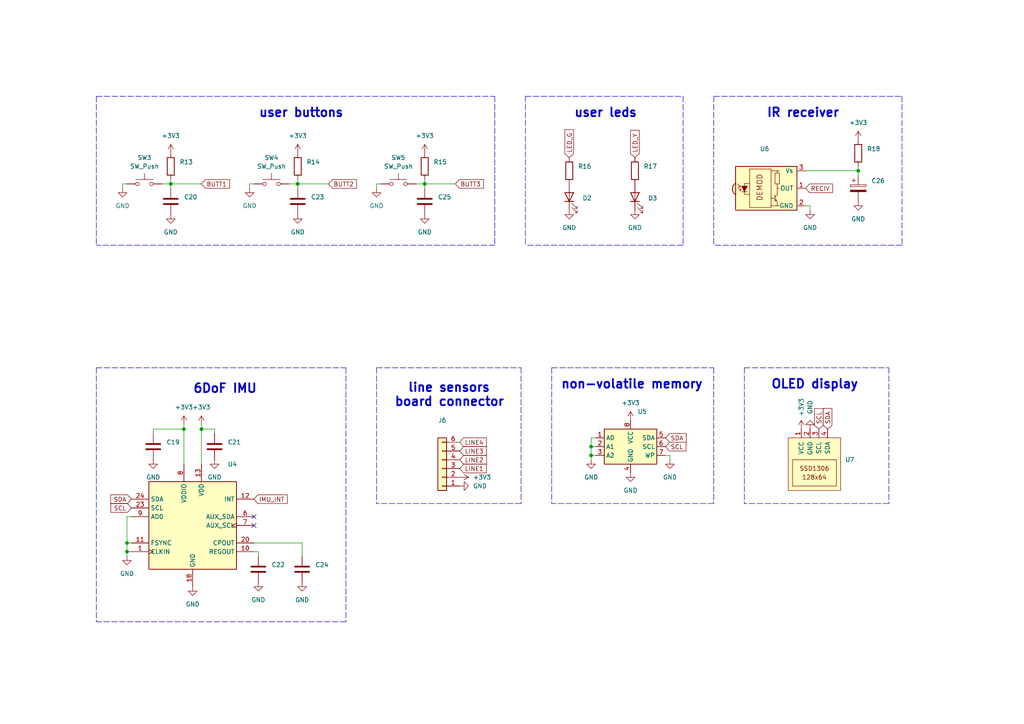
<source format=kicad_sch>
(kicad_sch (version 20211123) (generator eeschema)
  (paper "A4")
  (lib_symbols
    (symbol "Connector_Generic:Conn_01x06" (pin_names (offset 1.016) hide)
      (property "Reference" "J" (at 0 7.62 0))
      (property "Value" "Conn_01x06" (at 0 -10.16 0))
      (symbol "Conn_01x06_1_1"
        (rectangle (start -1.27 -7.493) (end 0 -7.747) (stroke (width 0.1524)))
        (rectangle (start -1.27 -4.953) (end 0 -5.207) (stroke (width 0.1524)))
        (rectangle (start -1.27 -2.413) (end 0 -2.667) (stroke (width 0.1524)))
        (rectangle (start -1.27 0.127) (end 0 -0.127) (stroke (width 0.1524)))
        (rectangle (start -1.27 2.667) (end 0 2.413) (stroke (width 0.1524)))
        (rectangle (start -1.27 5.207) (end 0 4.953) (stroke (width 0.1524)))
        (rectangle (start -1.27 6.35) (end 1.27 -8.89) (stroke (width 0.254)) (fill (type background)))
        (pin passive line (at -5.08 5.08 0) (length 3.81) (name "Pin_1") (number "1"))
        (pin passive line (at -5.08 2.54 0) (length 3.81) (name "Pin_2") (number "2"))
        (pin passive line (at -5.08 0 0) (length 3.81) (name "Pin_3") (number "3"))
        (pin passive line (at -5.08 -2.54 0) (length 3.81) (name "Pin_4") (number "4"))
        (pin passive line (at -5.08 -5.08 0) (length 3.81) (name "Pin_5") (number "5"))
        (pin passive line (at -5.08 -7.62 0) (length 3.81) (name "Pin_6") (number "6"))
      )
    )
    (symbol "Device:C" (pin_numbers hide) (pin_names (offset 0.254))
      (property "Reference" "C" (at 0.635 2.54 0))
      (property "Value" "C" (at 0.635 -2.54 0))
      (symbol "C_0_1"
        (polyline (pts (xy -2.032 -0.762) (xy 2.032 -0.762)) (stroke (width 0.508)))
        (polyline (pts (xy -2.032 0.762) (xy 2.032 0.762)) (stroke (width 0.508)))
      )
      (symbol "C_1_1"
        (pin passive line (at 0 3.81 270) (length 2.794) (name "~") (number "1"))
        (pin passive line (at 0 -3.81 90) (length 2.794) (name "~") (number "2"))
      )
    )
    (symbol "Device:C_Polarized" (pin_numbers hide) (pin_names (offset 0.254))
      (property "Reference" "C" (at 0.635 2.54 0))
      (property "Value" "C_Polarized" (at 0.635 -2.54 0))
      (symbol "C_Polarized_0_1"
        (rectangle (start -2.286 0.508) (end 2.286 1.016))
        (polyline (pts (xy -1.778 2.286) (xy -0.762 2.286)))
        (polyline (pts (xy -1.27 2.794) (xy -1.27 1.778)))
        (rectangle (start 2.286 -0.508) (end -2.286 -1.016) (fill (type outline)))
      )
      (symbol "C_Polarized_1_1"
        (pin passive line (at 0 3.81 270) (length 2.794) (name "~") (number "1"))
        (pin passive line (at 0 -3.81 90) (length 2.794) (name "~") (number "2"))
      )
    )
    (symbol "Device:LED" (pin_numbers hide) (pin_names (offset 1.016) hide)
      (property "Reference" "D" (at 0 2.54 0))
      (property "Value" "LED" (at 0 -2.54 0))
      (symbol "LED_0_1"
        (polyline (pts (xy -1.27 -1.27) (xy -1.27 1.27)) (stroke (width 0.254)))
        (polyline (pts (xy -1.27 0) (xy 1.27 0)))
        (polyline (pts (xy 1.27 -1.27) (xy 1.27 1.27) (xy -1.27 0) (xy 1.27 -1.27)) (stroke (width 0.254)))
        (polyline (pts (xy -3.048 -0.762) (xy -4.572 -2.286) (xy -3.81 -2.286) (xy -4.572 -2.286) (xy -4.572 -1.524)))
        (polyline (pts (xy -1.778 -0.762) (xy -3.302 -2.286) (xy -2.54 -2.286) (xy -3.302 -2.286) (xy -3.302 -1.524)))
      )
      (symbol "LED_1_1"
        (pin passive line (at -3.81 0 0) (length 2.54) (name "K") (number "1"))
        (pin passive line (at 3.81 0 180) (length 2.54) (name "A") (number "2"))
      )
    )
    (symbol "Device:R" (pin_numbers hide) (pin_names (offset 0))
      (property "Reference" "R" (at 2.032 0 90))
      (property "Value" "R" (at 0 0 90))
      (symbol "R_0_1"
        (rectangle (start -1.016 -2.54) (end 1.016 2.54) (stroke (width 0.254)))
      )
      (symbol "R_1_1"
        (pin passive line (at 0 3.81 270) (length 1.27) (name "~") (number "1"))
        (pin passive line (at 0 -3.81 90) (length 1.27) (name "~") (number "2"))
      )
    )
    (symbol "Memory_EEPROM:CAT24C256"
      (property "Reference" "U" (at -6.35 6.35 0))
      (property "Value" "CAT24C256" (at 1.27 6.35 0))
      (symbol "CAT24C256_1_1"
        (rectangle (start -7.62 5.08) (end 7.62 -5.08) (stroke (width 0.254)) (fill (type background)))
        (pin input line (at -10.16 2.54 0) (length 2.54) (name "A0") (number "1"))
        (pin input line (at -10.16 0 0) (length 2.54) (name "A1") (number "2"))
        (pin input line (at -10.16 -2.54 0) (length 2.54) (name "A2") (number "3"))
        (pin power_in line (at 0 -7.62 90) (length 2.54) (name "GND") (number "4"))
        (pin bidirectional line (at 10.16 2.54 180) (length 2.54) (name "SDA") (number "5"))
        (pin input line (at 10.16 0 180) (length 2.54) (name "SCL") (number "6"))
        (pin input line (at 10.16 -2.54 180) (length 2.54) (name "WP") (number "7"))
        (pin power_in line (at 0 7.62 270) (length 2.54) (name "VCC") (number "8"))
      )
    )
    (symbol "Sensor_Motion:MPU-6050"
      (property "Reference" "U" (at -11.43 13.97 0))
      (property "Value" "MPU-6050" (at 7.62 -13.97 0))
      (symbol "MPU-6050_0_1"
        (rectangle (start -12.7 12.7) (end 12.7 -12.7) (stroke (width 0.254)) (fill (type background)))
      )
      (symbol "MPU-6050_1_1"
        (pin input clock (at -17.78 -7.62 0) (length 5.08) (name "CLKIN") (number "1"))
        (pin passive line (at 17.78 -7.62 180) (length 5.08) (name "REGOUT") (number "10"))
        (pin input line (at -17.78 -5.08 0) (length 5.08) (name "FSYNC") (number "11"))
        (pin output line (at 17.78 7.62 180) (length 5.08) (name "INT") (number "12"))
        (pin power_in line (at 2.54 17.78 270) (length 5.08) (name "VDD") (number "13"))
        (pin power_in line (at 0 -17.78 90) (length 5.08) (name "GND") (number "18"))
        (pin passive line (at 17.78 -5.08 180) (length 5.08) (name "CPOUT") (number "20"))
        (pin input line (at -17.78 5.08 0) (length 5.08) (name "SCL") (number "23"))
        (pin bidirectional line (at -17.78 7.62 0) (length 5.08) (name "SDA") (number "24"))
        (pin bidirectional line (at 17.78 2.54 180) (length 5.08) (name "AUX_SDA") (number "6"))
        (pin output clock (at 17.78 0 180) (length 5.08) (name "AUX_SCL") (number "7"))
        (pin power_in line (at -2.54 17.78 270) (length 5.08) (name "VDDIO") (number "8"))
        (pin input line (at -17.78 2.54 0) (length 5.08) (name "AD0") (number "9"))
      )
    )
    (symbol "Sneak100:SSD1306" (pin_names (offset 1.016))
      (property "Reference" "U" (at 12.7 10.16 0))
      (property "Value" "SSD1306" (at 12.7 7.62 0))
      (symbol "SSD1306_0_0"
        (rectangle (start -6.35 0) (end 6.35 -7.62) (fill (type background)))
        (text "128x64" (at 0 -5.08 0) (effects (font (size 1.27 1.27))))
        (text "SSD1306" (at 0 -2.54 0) (effects (font (size 1.27 1.27))))
      )
      (symbol "SSD1306_0_1"
        (rectangle (start -7.62 6.35) (end 7.62 -8.89) (fill (type background)))
      )
      (symbol "SSD1306_1_1"
        (pin power_in line (at -3.81 8.89 270) (length 2.54) (name "VCC") (number "1"))
        (pin power_out line (at -1.27 8.89 270) (length 2.54) (name "GND") (number "2"))
        (pin bidirectional line (at 1.27 8.89 270) (length 2.54) (name "SCL") (number "3"))
        (pin bidirectional line (at 3.81 8.89 270) (length 2.54) (name "SDA") (number "4"))
      )
    )
    (symbol "Sneak100:TSOP4838" (pin_names (offset 1.016))
      (property "Reference" "U" (at 0 11.43 0))
      (property "Value" "TSOP4838" (at 0 8.89 0))
      (symbol "TSOP4838_1_1"
        (arc (start -9.017 1.397) (mid -9.8199 -0.1852) (end -9.017 -1.778) (stroke (width 0.254)) (fill (type background)))
        (rectangle (start -4.826 5.588) (end 1.397 -5.588))
        (polyline (pts (xy -7.493 0.381) (xy -8.382 1.27)))
        (polyline (pts (xy -7.493 0.381) (xy -8.001 0.381)))
        (polyline (pts (xy -7.493 0.381) (xy -7.493 0.889)))
        (polyline (pts (xy -7.366 -0.635) (xy -8.255 0.254)))
        (polyline (pts (xy -7.366 -0.635) (xy -7.874 -0.635)))
        (polyline (pts (xy -7.366 -0.635) (xy -7.366 -0.127)))
        (polyline (pts (xy -7.112 -1.016) (xy -5.461 -1.016)))
        (polyline (pts (xy 2.54 -2.921) (xy 1.397 -2.921)))
        (polyline (pts (xy 2.54 -1.905) (xy 2.54 -3.81)))
        (polyline (pts (xy 2.667 -3.556) (xy 2.794 -3.556)))
        (polyline (pts (xy 2.921 -3.556) (xy 2.794 -3.556)))
        (polyline (pts (xy 2.921 -3.556) (xy 2.921 -3.302)))
        (polyline (pts (xy 3.175 -5.08) (xy 1.397 -5.08)))
        (polyline (pts (xy 3.175 0) (xy 3.175 1.27)))
        (polyline (pts (xy 3.175 5.08) (xy 1.397 5.08)))
        (polyline (pts (xy 3.175 4.445) (xy 3.175 5.08) (xy 3.81 5.08)))
        (polyline (pts (xy -7.112 0.635) (xy -5.461 0.635) (xy -6.35 -1.016) (xy -7.112 0.635)) (fill (type outline)))
        (polyline (pts (xy -4.826 1.397) (xy -6.35 1.397) (xy -6.35 -1.778) (xy -4.826 -1.778)))
        (polyline (pts (xy 2.54 -3.175) (xy 3.175 -3.81) (xy 3.175 -5.08) (xy 3.81 -5.08)))
        (polyline (pts (xy 2.54 -2.54) (xy 3.175 -1.905) (xy 3.175 0) (xy 3.81 0)))
        (rectangle (start 3.81 1.27) (end 2.54 4.445))
        (rectangle (start 8.89 6.35) (end -8.89 -6.35) (stroke (width 0.254)) (fill (type background)))
        (text "DEMOD" (at -1.905 0.254 900) (effects (font (size 1.524 1.524))))
        (pin output line (at 11.43 0 180) (length 2.54) (name "OUT") (number "1"))
        (pin power_in line (at 11.43 -5.08 180) (length 2.54) (name "GND") (number "2"))
        (pin power_in line (at 11.43 5.08 180) (length 2.54) (name "Vs") (number "3"))
      )
    )
    (symbol "Switch:SW_Push" (pin_numbers hide) (pin_names (offset 1.016) hide)
      (property "Reference" "SW" (at 1.27 2.54 0))
      (property "Value" "SW_Push" (at 0 -1.524 0))
      (symbol "SW_Push_0_1"
        (circle (center -2.032 0) (radius 0.508))
        (polyline (pts (xy 0 1.27) (xy 0 3.048)))
        (polyline (pts (xy 2.54 1.27) (xy -2.54 1.27)))
        (circle (center 2.032 0) (radius 0.508))
        (pin passive line (at -5.08 0 0) (length 2.54) (name "1") (number "1"))
        (pin passive line (at 5.08 0 180) (length 2.54) (name "2") (number "2"))
      )
    )
    (symbol "power:+3.3V" (power) (pin_names (offset 0))
      (property "Value" "+3.3V" (at 0 3.556 0))
      (symbol "+3.3V_0_1"
        (polyline (pts (xy -0.762 1.27) (xy 0 2.54)))
        (polyline (pts (xy 0 0) (xy 0 2.54)))
        (polyline (pts (xy 0 2.54) (xy 0.762 1.27)))
      )
      (symbol "+3.3V_1_1"
        (pin power_in line (at 0 0 90) (length 0) hide (name "+3V3") (number "1"))
      )
    )
    (symbol "power:GND" (power) (pin_names (offset 0))
      (property "Value" "GND" (at 0 -3.81 0))
      (symbol "GND_0_1"
        (polyline (pts (xy 0 0) (xy 0 -1.27) (xy 1.27 -1.27) (xy 0 -2.54) (xy -1.27 -1.27) (xy 0 -1.27)))
      )
      (symbol "GND_1_1"
        (pin power_in line (at 0 0 270) (length 0) hide (name "GND") (number "1"))
      )
    )
  )
  (junction (at 86.36 53.34))
  (junction (at 248.92 49.53))
  (junction (at 49.53 53.34))
  (junction (at 171.45 132.08))
  (junction (at 171.45 129.54))
  (junction (at 123.19 53.34))
  (junction (at 58.42 124.46))
  (junction (at 36.83 157.48))
  (junction (at 53.34 124.46))
  (junction (at 36.83 160.02))
  (no_connect (at 73.66 152.4))
  (no_connect (at 73.66 149.86))
  (wire (pts (xy 36.83 149.86) (xy 38.1 149.86)))
  (polyline (pts (xy 100.33 180.34) (xy 27.94 180.34)))
  (wire (pts (xy 73.66 157.48) (xy 87.63 157.48)))
  (polyline (pts (xy 27.94 106.68) (xy 27.94 180.34)))
  (polyline (pts (xy 261.62 27.94) (xy 261.62 71.12)))
  (wire (pts (xy 72.39 54.61) (xy 72.39 53.34)))
  (polyline (pts (xy 151.13 106.68) (xy 151.13 146.05)))
  (polyline (pts (xy 198.12 27.94) (xy 198.12 71.12)))
  (wire (pts (xy 49.53 52.07) (xy 49.53 53.34)))
  (wire (pts (xy 58.42 124.46) (xy 62.23 124.46)))
  (wire (pts (xy 44.45 124.46) (xy 44.45 125.73)))
  (wire (pts (xy 86.36 52.07) (xy 86.36 53.34)))
  (polyline (pts (xy 152.4 27.94) (xy 152.4 71.12)))
  (wire (pts (xy 74.93 160.02) (xy 74.93 161.29)))
  (wire (pts (xy 83.82 53.34) (xy 86.36 53.34)))
  (wire (pts (xy 49.53 53.34) (xy 58.42 53.34)))
  (wire (pts (xy 172.72 127) (xy 171.45 127)))
  (wire (pts (xy 171.45 132.08) (xy 171.45 133.35)))
  (polyline (pts (xy 143.51 27.94) (xy 143.51 71.12)))
  (polyline (pts (xy 207.01 27.94) (xy 261.62 27.94)))
  (wire (pts (xy 62.23 124.46) (xy 62.23 125.73)))
  (wire (pts (xy 109.22 53.34) (xy 110.49 53.34)))
  (wire (pts (xy 123.19 53.34) (xy 132.08 53.34)))
  (polyline (pts (xy 198.12 71.12) (xy 152.4 71.12)))
  (wire (pts (xy 87.63 157.48) (xy 87.63 161.29)))
  (wire (pts (xy 53.34 123.19) (xy 53.34 124.46)))
  (wire (pts (xy 53.34 124.46) (xy 44.45 124.46)))
  (polyline (pts (xy 100.33 106.68) (xy 100.33 180.34)))
  (polyline (pts (xy 215.9 106.68) (xy 215.9 146.05)))
  (polyline (pts (xy 215.9 106.68) (xy 257.81 106.68)))
  (wire (pts (xy 248.92 49.53) (xy 248.92 50.8)))
  (wire (pts (xy 193.04 132.08) (xy 194.31 132.08)))
  (wire (pts (xy 86.36 53.34) (xy 86.36 54.61)))
  (polyline (pts (xy 143.51 71.12) (xy 27.94 71.12)))
  (polyline (pts (xy 27.94 27.94) (xy 27.94 71.12)))
  (wire (pts (xy 46.99 53.34) (xy 49.53 53.34)))
  (polyline (pts (xy 109.22 106.68) (xy 109.22 146.05)))
  (polyline (pts (xy 207.01 27.94) (xy 207.01 71.12)))
  (wire (pts (xy 171.45 129.54) (xy 172.72 129.54)))
  (wire (pts (xy 248.92 48.26) (xy 248.92 49.53)))
  (wire (pts (xy 171.45 132.08) (xy 172.72 132.08)))
  (polyline (pts (xy 257.81 146.05) (xy 215.9 146.05)))
  (wire (pts (xy 36.83 157.48) (xy 36.83 160.02)))
  (wire (pts (xy 86.36 53.34) (xy 95.25 53.34)))
  (wire (pts (xy 123.19 53.34) (xy 123.19 54.61)))
  (polyline (pts (xy 160.02 106.68) (xy 160.02 146.05)))
  (wire (pts (xy 53.34 134.62) (xy 53.34 124.46)))
  (polyline (pts (xy 257.81 106.68) (xy 257.81 146.05)))
  (wire (pts (xy 123.19 52.07) (xy 123.19 53.34)))
  (wire (pts (xy 49.53 53.34) (xy 49.53 54.61)))
  (wire (pts (xy 109.22 54.61) (xy 109.22 53.34)))
  (wire (pts (xy 194.31 132.08) (xy 194.31 133.35)))
  (wire (pts (xy 35.56 53.34) (xy 36.83 53.34)))
  (wire (pts (xy 58.42 134.62) (xy 58.42 124.46)))
  (polyline (pts (xy 151.13 146.05) (xy 109.22 146.05)))
  (wire (pts (xy 35.56 54.61) (xy 35.56 53.34)))
  (wire (pts (xy 38.1 157.48) (xy 36.83 157.48)))
  (wire (pts (xy 120.65 53.34) (xy 123.19 53.34)))
  (wire (pts (xy 233.68 49.53) (xy 248.92 49.53)))
  (wire (pts (xy 171.45 129.54) (xy 171.45 132.08)))
  (polyline (pts (xy 109.22 106.68) (xy 151.13 106.68)))
  (wire (pts (xy 72.39 53.34) (xy 73.66 53.34)))
  (polyline (pts (xy 27.94 27.94) (xy 143.51 27.94)))
  (wire (pts (xy 171.45 127) (xy 171.45 129.54)))
  (polyline (pts (xy 152.4 27.94) (xy 198.12 27.94)))
  (polyline (pts (xy 207.01 106.68) (xy 207.01 146.05)))
  (wire (pts (xy 38.1 160.02) (xy 36.83 160.02)))
  (wire (pts (xy 58.42 123.19) (xy 58.42 124.46)))
  (wire (pts (xy 36.83 149.86) (xy 36.83 157.48)))
  (wire (pts (xy 73.66 160.02) (xy 74.93 160.02)))
  (polyline (pts (xy 261.62 71.12) (xy 207.01 71.12)))
  (polyline (pts (xy 27.94 106.68) (xy 100.33 106.68)))
  (polyline (pts (xy 207.01 146.05) (xy 160.02 146.05)))
  (polyline (pts (xy 160.02 106.68) (xy 207.01 106.68)))
  (wire (pts (xy 234.95 59.69) (xy 234.95 60.96)))
  (wire (pts (xy 36.83 160.02) (xy 36.83 161.29)))
  (wire (pts (xy 233.68 59.69) (xy 234.95 59.69)))
  (text "OLED display" (at 223.52 113.03 0) (effects (font (size 2.54 2.54) (thickness 0.508) bold) (justify left bottom)))
  (text "non-volatile memory" (at 162.56 113.03 0) (effects (font (size 2.54 2.54) (thickness 0.508) bold) (justify left bottom)))
  (text "6DoF IMU" (at 55.88 114.3 0) (effects (font (size 2.54 2.54) (thickness 0.508) bold) (justify left bottom)))
  (text "IR receiver" (at 222.25 34.29 0) (effects (font (size 2.54 2.54) (thickness 0.508) bold) (justify left bottom)))
  (text "user buttons" (at 74.93 34.29 0) (effects (font (size 2.54 2.54) (thickness 0.508) bold) (justify left bottom)))
  (text "user leds" (at 166.37 34.29 0) (effects (font (size 2.54 2.54) (thickness 0.508) bold) (justify left bottom)))
  (text "  line sensors\nboard connector" (at 114.3 118.11 0) (effects (font (size 2.54 2.54) (thickness 0.508) bold) (justify left bottom)))
  (global_label "SCL" (shape input) (at 38.1 147.32 180) (property "Intersheet References" "${INTERSHEET_REFS}" (effects hide)))
  (global_label "SDA" (shape input) (at 193.04 127 0) (property "Intersheet References" "${INTERSHEET_REFS}" (effects hide)))
  (global_label "SCL" (shape input) (at 193.04 129.54 0) (property "Intersheet References" "${INTERSHEET_REFS}" (effects hide)))
  (global_label "LINE4" (shape input) (at 133.35 128.27 0) (property "Intersheet References" "${INTERSHEET_REFS}" (effects hide)))
  (global_label "RECIV" (shape input) (at 233.68 54.61 0) (property "Intersheet References" "${INTERSHEET_REFS}" (effects hide)))
  (global_label "IMU_INT" (shape input) (at 73.66 144.78 0) (property "Intersheet References" "${INTERSHEET_REFS}" (effects hide)))
  (global_label "BUTT2" (shape input) (at 95.25 53.34 0) (property "Intersheet References" "${INTERSHEET_REFS}" (effects hide)))
  (global_label "LINE2" (shape input) (at 133.35 133.35 0) (property "Intersheet References" "${INTERSHEET_REFS}" (effects hide)))
  (global_label "LINE3" (shape input) (at 133.35 130.81 0) (property "Intersheet References" "${INTERSHEET_REFS}" (effects hide)))
  (global_label "LED_Y" (shape input) (at 184.15 45.72 90) (property "Intersheet References" "${INTERSHEET_REFS}" (effects hide)))
  (global_label "SCL" (shape input) (at 237.49 124.46 90) (property "Intersheet References" "${INTERSHEET_REFS}" (effects hide)))
  (global_label "LINE1" (shape input) (at 133.35 135.89 0) (property "Intersheet References" "${INTERSHEET_REFS}" (effects hide)))
  (global_label "SDA" (shape input) (at 38.1 144.78 180) (property "Intersheet References" "${INTERSHEET_REFS}" (effects hide)))
  (global_label "BUTT3" (shape input) (at 132.08 53.34 0) (property "Intersheet References" "${INTERSHEET_REFS}" (effects hide)))
  (global_label "BUTT1" (shape input) (at 58.42 53.34 0) (property "Intersheet References" "${INTERSHEET_REFS}" (effects hide)))
  (global_label "LED_G" (shape input) (at 165.1 45.72 90) (property "Intersheet References" "${INTERSHEET_REFS}" (effects hide)))
  (global_label "SDA" (shape input) (at 240.03 124.46 90) (property "Intersheet References" "${INTERSHEET_REFS}" (effects hide)))
  (symbol (lib_id "Device:C") (at 49.53 58.42 0) (unit 1)
    (property "Reference" "C20" (at 53.34 57.1499 0) (effects (justify left)))
  )
  (symbol (lib_id "power:+3.3V") (at 86.36 44.45 0) (unit 1)
    (property "Reference" "#PWR0142" (effects hide))
    (property "Value" "+3.3V" (at 86.36 39.37 0))
  )
  (symbol (lib_id "power:GND") (at 133.35 140.97 90) (unit 1)
    (property "Reference" "#PWR0152" (effects hide))
  )
  (symbol (lib_id "power:GND") (at 35.56 54.61 0) (unit 1)
    (property "Reference" "#PWR0139" (effects hide))
    (property "Value" "GND" (at 35.56 59.69 0))
  )
  (symbol (lib_id "Connector_Generic:Conn_01x06") (at 128.27 135.89 180) (unit 1)
    (property "Reference" "J6" (at 128.27 121.92 0))
  )
  (symbol (lib_id "Device:C") (at 87.63 165.1 0) (unit 1)
    (property "Reference" "C24" (at 91.44 163.8299 0) (effects (justify left)))
  )
  (symbol (lib_id "power:+3.3V") (at 248.92 40.64 0) (unit 1)
    (property "Reference" "#PWR0155" (effects hide))
  )
  (symbol (lib_id "Sensor_Motion:MPU-6050") (at 55.88 152.4 0) (unit 1)
    (property "Reference" "U4" (at 66.04 134.62 0) (effects (justify left)))
    (property "Datasheet" "https://store.invensense.com/datasheets/invensense/MPU-6050_DataSheet_V3%204.pdf" (effects hide))
  )
  (symbol (lib_id "power:GND") (at 234.95 60.96 0) (unit 1)
    (property "Reference" "#PWR0154" (effects hide))
  )
  (symbol (lib_id "power:+3.3V") (at 133.35 138.43 270) (unit 1)
    (property "Reference" "#PWR0153" (effects hide))
  )
  (symbol (lib_id "power:+3.3V") (at 49.53 44.45 0) (unit 1)
    (property "Reference" "#PWR0138" (effects hide))
    (property "Value" "+3.3V" (at 49.53 39.37 0))
  )
  (symbol (lib_id "Sneak100:SSD1306") (at 236.22 133.35 0) (unit 1)
    (property "Reference" "U7" (at 245.11 133.3499 0) (effects (justify left)))
  )
  (symbol (lib_id "power:+3.3V") (at 232.41 124.46 0) (unit 1)
    (property "Reference" "#PWR0158" (effects hide))
  )
  (symbol (lib_id "Device:C") (at 44.45 129.54 0) (unit 1)
    (property "Reference" "C19" (at 48.26 128.2699 0) (effects (justify left)))
  )
  (symbol (lib_id "Device:R") (at 123.19 48.26 0) (unit 1)
    (property "Reference" "R15" (at 125.73 46.9899 0) (effects (justify left)))
  )
  (symbol (lib_id "power:+3.3V") (at 182.88 121.92 0) (unit 1)
    (property "Reference" "#PWR0148" (effects hide))
  )
  (symbol (lib_id "power:GND") (at 87.63 168.91 0) (unit 1)
    (property "Reference" "#PWR0163" (effects hide))
  )
  (symbol (lib_id "Device:R") (at 165.1 49.53 0) (unit 1)
    (property "Reference" "R16" (at 167.64 48.2599 0) (effects (justify left)))
  )
  (symbol (lib_id "Device:R") (at 248.92 44.45 0) (unit 1)
    (property "Reference" "R18" (at 251.46 43.1799 0) (effects (justify left)))
  )
  (symbol (lib_id "Device:C") (at 123.19 58.42 0) (unit 1)
    (property "Reference" "C25" (at 127 57.1499 0) (effects (justify left)))
  )
  (symbol (lib_id "power:GND") (at 234.95 124.46 180) (unit 1)
    (property "Reference" "#PWR0157" (effects hide))
  )
  (symbol (lib_id "power:GND") (at 123.19 62.23 0) (unit 1)
    (property "Reference" "#PWR0145" (effects hide))
    (property "Value" "GND" (at 123.19 67.31 0))
  )
  (symbol (lib_id "Switch:SW_Push") (at 115.57 53.34 0) (unit 1)
    (property "Reference" "SW5" (at 115.57 45.72 0))
    (property "Value" "SW_Push" (at 115.57 48.26 0))
  )
  (symbol (lib_id "power:GND") (at 184.15 60.96 0) (unit 1)
    (property "Reference" "#PWR0147" (effects hide))
  )
  (symbol (lib_id "Switch:SW_Push") (at 41.91 53.34 0) (unit 1)
    (property "Reference" "SW3" (at 41.91 45.72 0))
    (property "Value" "SW_Push" (at 41.91 48.26 0))
  )
  (symbol (lib_id "power:GND") (at 248.92 58.42 0) (unit 1)
    (property "Reference" "#PWR0156" (effects hide))
  )
  (symbol (lib_id "power:+3.3V") (at 53.34 123.19 0) (unit 1)
    (property "Reference" "#PWR0166" (effects hide))
  )
  (symbol (lib_id "Device:R") (at 49.53 48.26 180) (unit 1)
    (property "Reference" "R13" (at 52.07 46.9899 0) (effects (justify right)))
  )
  (symbol (lib_id "power:+3.3V") (at 58.42 123.19 0) (unit 1)
    (property "Reference" "#PWR0165" (effects hide))
  )
  (symbol (lib_id "Sneak100:TSOP4838") (at 222.25 54.61 0) (unit 1)
    (property "Reference" "U6" (at 221.785 43.18 0))
  )
  (symbol (lib_id "power:GND") (at 165.1 60.96 0) (unit 1)
    (property "Reference" "#PWR0146" (effects hide))
  )
  (symbol (lib_id "Memory_EEPROM:CAT24C256") (at 182.88 129.54 0) (unit 1)
    (property "Reference" "U5" (at 184.8994 119.38 0) (effects (justify left)))
    (property "Datasheet" "https://www.onsemi.cn/PowerSolutions/document/CAT24C256-D.PDF" (effects hide))
  )
  (symbol (lib_id "power:GND") (at 72.39 54.61 0) (unit 1)
    (property "Reference" "#PWR0141" (effects hide))
    (property "Value" "GND" (at 72.39 59.69 0))
  )
  (symbol (lib_id "power:GND") (at 36.83 161.29 0) (unit 1)
    (property "Reference" "#PWR0159" (effects hide))
  )
  (symbol (lib_id "Device:C") (at 86.36 58.42 0) (unit 1)
    (property "Reference" "C23" (at 90.17 57.1499 0) (effects (justify left)))
  )
  (symbol (lib_id "power:GND") (at 62.23 133.35 0) (unit 1)
    (property "Reference" "#PWR0161" (effects hide))
  )
  (symbol (lib_id "power:GND") (at 171.45 133.35 0) (unit 1)
    (property "Reference" "#PWR0150" (effects hide))
  )
  (symbol (lib_id "power:GND") (at 109.22 54.61 0) (unit 1)
    (property "Reference" "#PWR0144" (effects hide))
    (property "Value" "GND" (at 109.22 59.69 0))
  )
  (symbol (lib_id "power:GND") (at 182.88 137.16 0) (unit 1)
    (property "Reference" "#PWR0149" (effects hide))
  )
  (symbol (lib_id "Switch:SW_Push") (at 78.74 53.34 0) (unit 1)
    (property "Reference" "SW4" (at 78.74 45.72 0))
    (property "Value" "SW_Push" (at 78.74 48.26 0))
  )
  (symbol (lib_id "Device:LED") (at 165.1 57.15 90) (unit 1)
    (property "Reference" "D2" (at 168.91 57.4674 90) (effects (justify right)))
  )
  (symbol (lib_id "Device:R") (at 184.15 49.53 0) (unit 1)
    (property "Reference" "R17" (at 186.69 48.2599 0) (effects (justify left)))
  )
  (symbol (lib_id "Device:C_Polarized") (at 248.92 54.61 0) (unit 1)
    (property "Reference" "C26" (at 252.73 52.4509 0) (effects (justify left)))
  )
  (symbol (lib_id "power:GND") (at 44.45 133.35 0) (unit 1)
    (property "Reference" "#PWR0162" (effects hide))
  )
  (symbol (lib_id "Device:C") (at 62.23 129.54 0) (unit 1)
    (property "Reference" "C21" (at 66.04 128.2699 0) (effects (justify left)))
  )
  (symbol (lib_id "power:GND") (at 49.53 62.23 0) (unit 1)
    (property "Reference" "#PWR0137" (effects hide))
    (property "Value" "GND" (at 49.53 67.31 0))
  )
  (symbol (lib_id "Device:LED") (at 184.15 57.15 90) (unit 1)
    (property "Reference" "D3" (at 187.96 57.4674 90) (effects (justify right)))
  )
  (symbol (lib_id "power:GND") (at 74.93 168.91 0) (unit 1)
    (property "Reference" "#PWR0160" (effects hide))
  )
  (symbol (lib_id "Device:R") (at 86.36 48.26 0) (unit 1)
    (property "Reference" "R14" (at 88.9 46.9899 0) (effects (justify left)))
  )
  (symbol (lib_id "power:+3.3V") (at 123.19 44.45 0) (unit 1)
    (property "Reference" "#PWR0143" (effects hide))
    (property "Value" "+3.3V" (at 123.19 39.37 0))
  )
  (symbol (lib_id "power:GND") (at 55.88 170.18 0) (unit 1)
    (property "Reference" "#PWR0164" (effects hide))
  )
  (symbol (lib_id "Device:C") (at 74.93 165.1 0) (unit 1)
    (property "Reference" "C22" (at 78.74 163.8299 0) (effects (justify left)))
  )
  (symbol (lib_id "power:GND") (at 194.31 133.35 0) (unit 1)
    (property "Reference" "#PWR0151" (effects hide))
  )
  (symbol (lib_id "power:GND") (at 86.36 62.23 0) (unit 1)
    (property "Reference" "#PWR0140" (effects hide))
    (property "Value" "GND" (at 86.36 67.31 0))
  )
)
</source>
